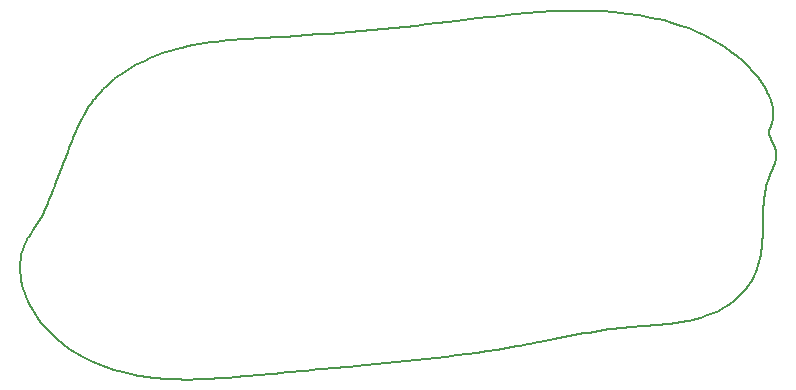
<source format=gko>
G04 #@! TF.GenerationSoftware,KiCad,Pcbnew,(5.1.0)-1*
G04 #@! TF.CreationDate,2019-07-24T00:39:13-06:00*
G04 #@! TF.ProjectId,twinkletwinkie,7477696e-6b6c-4657-9477-696e6b69652e,rev?*
G04 #@! TF.SameCoordinates,PX89e92d0PY44794c0*
G04 #@! TF.FileFunction,Profile,NP*
%FSLAX46Y46*%
G04 Gerber Fmt 4.6, Leading zero omitted, Abs format (unit mm)*
G04 Created by KiCad (PCBNEW (5.1.0)-1) date 2019-07-24 00:39:13*
%MOMM*%
%LPD*%
G04 APERTURE LIST*
%ADD10C,0.200000*%
G04 APERTURE END LIST*
D10*
X-28478868Y3390167D02*
X-28447353Y3470733D01*
X-28510554Y3309707D02*
X-28478868Y3390167D01*
X-28542422Y3229359D02*
X-28510554Y3309707D01*
X-28682132Y2878889D02*
X-28646818Y2968060D01*
X-29009630Y2032310D02*
X-28978630Y2113586D01*
X-28851129Y2445860D02*
X-28818263Y2530825D01*
X-31304726Y-2532303D02*
X-31303176Y-2529870D01*
X-28610944Y3058135D02*
X-28574488Y3149133D01*
X-28818263Y2530825D02*
X-28784953Y2616589D01*
X-29321491Y1215349D02*
X-29212514Y1499367D01*
X-31300076Y-2525004D02*
X-31298525Y-2522571D01*
X-29645549Y405048D02*
X-29536714Y669456D01*
X-30397275Y-1141622D02*
X-30253761Y-882248D01*
X-28915627Y2278247D02*
X-28883576Y2361674D01*
X-29212514Y1499367D02*
X-29100899Y1792455D01*
X-28716911Y2790601D02*
X-28682132Y2878889D01*
X-29872142Y-113021D02*
X-29756927Y144644D01*
X-28751176Y2703175D02*
X-28716911Y2790601D01*
X-30119264Y-625201D02*
X-29992490Y-369214D01*
X-31298525Y-2522571D02*
X-31296975Y-2520138D01*
X-28261112Y3955878D02*
X-28230424Y4036952D01*
X-29070741Y1871765D02*
X-29040326Y1951710D01*
X-29040326Y1951710D02*
X-29009630Y2032310D01*
X-28230424Y4036952D02*
X-28199802Y4118066D01*
X-28947304Y2195558D02*
X-28915627Y2278247D01*
X-28784953Y2616589D02*
X-28751176Y2703175D01*
X-29429126Y939134D02*
X-29321491Y1215349D01*
X-30716534Y-1672414D02*
X-30551101Y-1404589D01*
X-29536714Y669456D02*
X-29429126Y939134D01*
X-30551101Y-1404589D02*
X-30397275Y-1141622D01*
X-28291879Y3874852D02*
X-28261112Y3955878D01*
X-28415996Y3551395D02*
X-28384783Y3632146D01*
X-28646818Y2968060D02*
X-28610944Y3058135D01*
X-28883576Y2361674D02*
X-28851129Y2445860D01*
X-28978630Y2113586D02*
X-28947304Y2195558D01*
X-28447353Y3470733D02*
X-28415996Y3551395D01*
X-31303176Y-2529870D02*
X-31301626Y-2527437D01*
X-28353702Y3712978D02*
X-28322738Y3793883D01*
X-31301626Y-2527437D02*
X-31300076Y-2525004D01*
X-29992490Y-369214D02*
X-29872142Y-113021D01*
X-28574488Y3149133D02*
X-28542422Y3229359D01*
X-31087401Y-2227706D02*
X-30894869Y-1946364D01*
X-29100899Y1792455D02*
X-29070741Y1871765D01*
X-30253761Y-882248D02*
X-30119264Y-625201D01*
X-29756927Y144644D02*
X-29645549Y405048D01*
X-30894869Y-1946364D02*
X-30716534Y-1672414D01*
X-31306277Y-2534736D02*
X-31304726Y-2532303D01*
X-28322738Y3793883D02*
X-28291879Y3874852D01*
X-31296975Y-2520138D02*
X-31295425Y-2517704D01*
X-31307827Y-2537169D02*
X-31306277Y-2534736D01*
X-28384783Y3632146D02*
X-28353702Y3712978D01*
X-31295425Y-2517704D02*
X-31087401Y-2227706D01*
X-28375435Y-11573319D02*
X-28882524Y-11156117D01*
X-27838185Y-11966439D02*
X-28375435Y-11573319D01*
X-24740885Y-13542274D02*
X-25411212Y-13281792D01*
X-24047489Y-13773784D02*
X-24740885Y-13542274D01*
X-21434732Y-14350574D02*
X-21725560Y-14306392D01*
X-31318679Y-2554201D02*
X-31317129Y-2551768D01*
X-18223866Y-14581751D02*
X-18516192Y-14577560D01*
X-32001626Y-5461280D02*
X-32015083Y-5088485D01*
X-31738082Y-6907144D02*
X-31831821Y-6556129D01*
X-29801491Y-10252724D02*
X-30211006Y-9768165D01*
X-27271956Y-12334661D02*
X-27838185Y-11966439D01*
X-17931555Y-14583118D02*
X-18223866Y-14581751D01*
X-18808507Y-14570410D02*
X-19100788Y-14560165D01*
X-20852316Y-14426137D02*
X-21143643Y-14390444D01*
X-18516192Y-14577560D02*
X-18808507Y-14570410D01*
X-22596214Y-14146624D02*
X-23332204Y-13975505D01*
X-23332204Y-13975505D02*
X-24047489Y-13773784D01*
X-19977165Y-14509511D02*
X-20269052Y-14485536D01*
X-21143643Y-14390444D02*
X-21434732Y-14350574D01*
X-31516650Y-2897212D02*
X-31320229Y-2556634D01*
X-31900787Y-3972138D02*
X-31805127Y-3606791D01*
X-31309377Y-2539602D02*
X-31307827Y-2537169D01*
X-31505708Y-7577309D02*
X-31628777Y-7248146D01*
X-31677682Y-3247874D02*
X-31516650Y-2897212D01*
X-31310928Y-2542035D02*
X-31309377Y-2539602D01*
X-31312478Y-2544469D02*
X-31310928Y-2542035D01*
X-31314028Y-2546902D02*
X-31312478Y-2544469D01*
X-31966465Y-4342087D02*
X-31900787Y-3972138D01*
X-31317129Y-2551768D02*
X-31315579Y-2549335D01*
X-32003963Y-4714811D02*
X-31966465Y-4342087D01*
X-30924187Y-8737392D02*
X-31225489Y-8192810D01*
X-25411212Y-13281792D02*
X-26057288Y-12993153D01*
X-32015083Y-5088485D02*
X-32003963Y-4714811D01*
X-19100788Y-14560165D02*
X-19393008Y-14546690D01*
X-30211006Y-9768165D02*
X-30585631Y-9262782D01*
X-28882524Y-11156117D02*
X-29358270Y-10715647D01*
X-19685142Y-14529851D02*
X-19977165Y-14509511D01*
X-19393008Y-14546690D02*
X-19685142Y-14529851D01*
X-31320229Y-2556634D02*
X-31318679Y-2554201D01*
X-31370678Y-7892806D02*
X-31505708Y-7577309D01*
X-22016099Y-14257764D02*
X-22306326Y-14204553D01*
X-31805127Y-3606791D02*
X-31677682Y-3247874D01*
X-31965396Y-5831371D02*
X-32001626Y-5461280D01*
X-31831821Y-6556129D02*
X-31908193Y-6196929D01*
X-31225489Y-8192810D02*
X-31370678Y-7892806D01*
X-21725560Y-14306392D02*
X-22016099Y-14257764D01*
X-30585631Y-9262782D02*
X-30924187Y-8737392D01*
X-26677930Y-12677171D02*
X-27271956Y-12334661D01*
X-26057288Y-12993153D02*
X-26677930Y-12677171D01*
X-22306326Y-14204553D02*
X-22596214Y-14146624D01*
X-20269052Y-14485536D02*
X-20560777Y-14457789D01*
X-31315579Y-2549335D02*
X-31314028Y-2546902D01*
X-31908193Y-6196929D02*
X-31965396Y-5831371D01*
X-31628777Y-7248146D02*
X-31738082Y-6907144D01*
X-20560777Y-14457789D02*
X-20852316Y-14426137D01*
X-29358270Y-10715647D02*
X-29801491Y-10252724D01*
X31817028Y5248454D02*
X31842108Y5185874D01*
X31532964Y6853103D02*
X31524332Y6833071D01*
X31598552Y5713148D02*
X31625799Y5658196D01*
X31421224Y6119417D02*
X31437611Y6071823D01*
X31444544Y6645521D02*
X31435284Y6621921D01*
X31681211Y5546002D02*
X31709089Y5488478D01*
X31541534Y6873131D02*
X31532964Y6853103D01*
X31386279Y6256851D02*
X31395362Y6211925D01*
X31383102Y6447484D02*
X31380164Y6427830D01*
X31506943Y6793011D02*
X31496012Y6767847D01*
X31397260Y6509549D02*
X31391706Y6488367D01*
X31474617Y6718146D02*
X31464267Y6693657D01*
X31994050Y4305499D02*
X31984595Y4195651D01*
X31435284Y6621921D02*
X31426500Y6598664D01*
X31454224Y6669441D02*
X31444544Y6645521D01*
X31464267Y6693657D02*
X31454224Y6669441D01*
X31625799Y5658196D02*
X31653380Y5602568D01*
X31997408Y4417053D02*
X31994050Y4305499D01*
X31973665Y4716953D02*
X31983745Y4645338D01*
X31736812Y5429980D02*
X31764178Y5370489D01*
X31653380Y5602568D02*
X31681211Y5546002D01*
X31476317Y5973929D02*
X31498245Y5923618D01*
X31380164Y6427830D02*
X31376768Y6386383D01*
X31994147Y4530327D02*
X31997408Y4417053D01*
X31391706Y6488367D02*
X31386968Y6467670D01*
X31945959Y4856623D02*
X31961002Y4787376D01*
X31498245Y5923618D02*
X31521628Y5872390D01*
X31842108Y5185874D02*
X31866021Y5122228D01*
X31380022Y6300899D02*
X31386279Y6256851D01*
X31418250Y6575775D02*
X31410588Y6553277D01*
X31790984Y5309986D02*
X31817028Y5248454D01*
X31764178Y5370489D02*
X31790984Y5309986D01*
X31709089Y5488478D02*
X31736812Y5429980D01*
X31386968Y6467670D02*
X31383102Y6447484D01*
X31395362Y6211925D02*
X31407076Y6166116D01*
X31485218Y6742884D02*
X31474617Y6718146D01*
X31546271Y5820239D02*
X31571978Y5767160D01*
X31521628Y5872390D02*
X31546271Y5820239D01*
X31437611Y6071823D02*
X31456040Y6023329D01*
X31376786Y6344075D02*
X31380022Y6300899D01*
X31403573Y6531194D02*
X31397260Y6509549D01*
X31496012Y6767847D02*
X31485218Y6742884D01*
X31961002Y4787376D02*
X31973665Y4716953D01*
X31791520Y3473145D02*
X31752073Y3376375D01*
X31524332Y6833071D02*
X31515653Y6813039D01*
X31410588Y6553277D02*
X31403573Y6531194D01*
X31829045Y3571494D02*
X31791520Y3473145D01*
X31571978Y5767160D02*
X31598552Y5713148D01*
X31426500Y6598664D02*
X31418250Y6575775D01*
X31376768Y6386383D02*
X31376786Y6344075D01*
X31984595Y4195651D02*
X31969565Y4087492D01*
X31928736Y4924714D02*
X31945959Y4856623D01*
X31888565Y5057498D02*
X31909538Y4991666D01*
X31515653Y6813039D02*
X31506943Y6793011D01*
X31864125Y3671440D02*
X31829045Y3571494D01*
X31896239Y3772997D02*
X31864125Y3671440D01*
X31924865Y3876181D02*
X31896239Y3772997D01*
X31949481Y3981007D02*
X31924865Y3876181D01*
X31969565Y4087492D02*
X31949481Y3981007D01*
X31983745Y4645338D02*
X31994147Y4530327D01*
X31456040Y6023329D02*
X31476317Y5973929D01*
X31407076Y6166116D02*
X31421224Y6119417D01*
X31909538Y4991666D02*
X31928736Y4924714D01*
X31866021Y5122228D02*
X31888565Y5057498D01*
X29621066Y11923506D02*
X30037280Y11469160D01*
X31760931Y7773225D02*
X31750130Y7636440D01*
X31760708Y8053286D02*
X31764456Y7912184D01*
X31731416Y8341792D02*
X31749693Y8196499D01*
X31156191Y9893987D02*
X31176860Y9857138D01*
X31531241Y9098328D02*
X31585766Y8943117D01*
X31217321Y9783322D02*
X31237101Y9746374D01*
X31366569Y9487897D02*
X31383708Y9451109D01*
X22456678Y15818472D02*
X23188480Y15615961D01*
X31256571Y9709413D02*
X31275727Y9672448D01*
X30773825Y10508942D02*
X31092498Y10004184D01*
X21421058Y16060389D02*
X22456678Y15818472D01*
X30037280Y11469160D02*
X30421810Y10997453D01*
X31705880Y8489131D02*
X31731416Y8341792D01*
X31673089Y8638487D02*
X31705880Y8489131D01*
X31585766Y8943117D02*
X31633050Y8789826D01*
X31383708Y9451109D02*
X31400490Y9414384D01*
X31237101Y9746374D02*
X31256571Y9709413D01*
X31313069Y9598544D02*
X31331244Y9561624D01*
X31349079Y9524738D02*
X31366569Y9487897D01*
X31275727Y9672448D02*
X31294561Y9635488D01*
X31176860Y9857138D02*
X31197239Y9820246D01*
X25250123Y14866339D02*
X25889987Y14570961D01*
X26504795Y14253760D02*
X27093719Y13915294D01*
X31574898Y6953121D02*
X31566725Y6933150D01*
X31590817Y6992988D02*
X31582934Y6973069D01*
X31613400Y7052535D02*
X31606065Y7032725D01*
X31294561Y9635488D02*
X31313069Y9598544D01*
X28696896Y12777882D02*
X29173995Y12359933D01*
X25889987Y14570961D02*
X26504795Y14253760D01*
X23188480Y15615961D02*
X23898540Y15389397D01*
X19334212Y16407578D02*
X20380017Y16255710D01*
X31114004Y9967520D02*
X31135236Y9930784D01*
X31633050Y8789826D02*
X31673089Y8638487D01*
X31550028Y6893151D02*
X31541534Y6873131D01*
X31674021Y7239451D02*
X31634067Y7111682D01*
X31400490Y9414384D02*
X31469481Y9255428D01*
X28190598Y13176798D02*
X28696896Y12777882D01*
X31135236Y9930784D02*
X31156191Y9893987D01*
X23898540Y15389397D02*
X24586031Y15139337D01*
X31598532Y7012874D02*
X31590817Y6992988D01*
X31749693Y8196499D02*
X31760708Y8053286D01*
X24586031Y15139337D02*
X25250123Y14866339D01*
X31558430Y6913158D02*
X31550028Y6893151D01*
X31331244Y9561624D02*
X31349079Y9524738D01*
X31706679Y7369521D02*
X31674021Y7239451D01*
X31092498Y10004184D02*
X31114004Y9967520D01*
X31582934Y6973069D02*
X31574898Y6953121D01*
X31627417Y7092017D02*
X31620523Y7072300D01*
X29173995Y12359933D02*
X29621066Y11923506D01*
X18284301Y16519134D02*
X19334212Y16407578D01*
X31197239Y9820246D02*
X31217321Y9783322D01*
X27093719Y13915294D02*
X27655930Y13556121D01*
X30421810Y10997453D02*
X30773825Y10508942D01*
X27655930Y13556121D02*
X28190598Y13176798D01*
X31566725Y6933150D02*
X31558430Y6913158D01*
X31606065Y7032725D02*
X31598532Y7012874D01*
X31764456Y7912184D02*
X31760931Y7773225D01*
X20380017Y16255710D02*
X21421058Y16060389D01*
X31620523Y7072300D02*
X31613400Y7052535D01*
X31469481Y9255428D02*
X31531241Y9098328D01*
X31634067Y7111682D02*
X31627417Y7092017D01*
X31732047Y7501861D02*
X31706679Y7369521D01*
X31750130Y7636440D02*
X31732047Y7501861D01*
X-8641829Y14507272D02*
X-7725146Y14568723D01*
X5345943Y15826137D02*
X5432178Y15836559D01*
X5173473Y15805294D02*
X5259708Y15815716D01*
X5001003Y15784451D02*
X5087238Y15794873D01*
X-2207457Y15012850D02*
X-1286803Y15099276D01*
X4914768Y15774030D02*
X5001003Y15784451D01*
X553568Y15282603D02*
X1472880Y15379468D01*
X4569828Y15732344D02*
X4656063Y15742766D01*
X-10791896Y14377431D02*
X-10759792Y14379219D01*
X2391339Y15479778D02*
X3308743Y15583514D01*
X-5888456Y14702470D02*
X-4968854Y14774731D01*
X-10824000Y14375644D02*
X-10791896Y14377431D01*
X-7725146Y14568723D02*
X-6807288Y14633795D01*
X12996190Y16582236D02*
X14056760Y16625098D01*
X5604649Y15857401D02*
X6652501Y15984466D01*
X4656063Y15742766D02*
X4742298Y15753187D01*
X4483593Y15721923D02*
X4569828Y15732344D01*
X1472880Y15379468D02*
X2391339Y15479778D01*
X4311123Y15701080D02*
X4397358Y15711502D01*
X3308743Y15583514D02*
X4224888Y15690659D01*
X-1286803Y15099276D02*
X-366394Y15189200D01*
X-10663480Y14384580D02*
X-10631376Y14386367D01*
X-12447963Y14282240D02*
X-11958591Y14311820D01*
X-10599272Y14388154D02*
X-10567168Y14389941D01*
X-10952416Y14368496D02*
X-10920312Y14370283D01*
X-10984520Y14366709D02*
X-10952416Y14368496D01*
X4224888Y15690659D02*
X4311123Y15701080D01*
X-10470856Y14395303D02*
X-9557133Y14449459D01*
X-10631376Y14386367D02*
X-10599272Y14388154D01*
X-11470676Y14339714D02*
X-10984520Y14366709D01*
X-10759792Y14379219D02*
X-10727688Y14381006D01*
X-10888208Y14372070D02*
X-10856104Y14373857D01*
X-4048685Y14850560D02*
X-3128152Y14929939D01*
X5432178Y15836559D02*
X5518413Y15846980D01*
X10875238Y16435285D02*
X11935464Y16517917D01*
X5087238Y15794873D02*
X5173473Y15805294D01*
X4742298Y15753187D02*
X4828533Y15763609D01*
X-10502960Y14393516D02*
X-10470856Y14395303D01*
X-3128152Y14929939D02*
X-2207457Y15012850D01*
X-10727688Y14381006D02*
X-10695584Y14382793D01*
X11935464Y16517917D02*
X12996190Y16582236D01*
X-10695584Y14382793D02*
X-10663480Y14384580D01*
X-12938492Y14250189D02*
X-12447963Y14282240D01*
X5259708Y15815716D02*
X5345943Y15826137D01*
X4397358Y15711502D02*
X4483593Y15721923D01*
X5518413Y15846980D02*
X5604649Y15857401D01*
X-4968854Y14774731D02*
X-4048685Y14850560D01*
X9816170Y16337481D02*
X10875238Y16435285D01*
X7704144Y16108929D02*
X8758919Y16227648D01*
X-9557133Y14449459D02*
X-8641829Y14507272D01*
X-10920312Y14370283D02*
X-10888208Y14372070D01*
X-366394Y15189200D02*
X553568Y15282603D01*
X-10567168Y14389941D02*
X-10535064Y14391729D01*
X-6807288Y14633795D02*
X-5888456Y14702470D01*
X-10535064Y14391729D02*
X-10502960Y14393516D01*
X17230942Y16593522D02*
X18284301Y16519134D01*
X16174794Y16633883D02*
X17230942Y16593522D01*
X15116513Y16643361D02*
X16174794Y16633883D01*
X-10856104Y14373857D02*
X-10824000Y14375644D01*
X14056760Y16625098D02*
X15116513Y16643361D01*
X4828533Y15763609D02*
X4914768Y15774030D01*
X8758919Y16227648D02*
X9816170Y16337481D01*
X-11958591Y14311820D02*
X-11470676Y14339714D01*
X6652501Y15984466D02*
X7704144Y16108929D01*
X-28108197Y4361571D02*
X-28077706Y4442766D01*
X-27757444Y5287108D02*
X-27647322Y5569200D01*
X-23383115Y11326862D02*
X-23024122Y11565604D01*
X-25182565Y9784362D02*
X-25115578Y9854783D01*
X-26629199Y7783696D02*
X-26476819Y8049619D01*
X-22269102Y12013708D02*
X-21873762Y12222692D01*
X-27865527Y5005089D02*
X-27757444Y5287108D01*
X-25378526Y9569771D02*
X-25314053Y9641838D01*
X-25687648Y9202106D02*
X-25627635Y9276556D01*
X-27418837Y6132107D02*
X-27299412Y6412175D01*
X-25862032Y8976299D02*
X-25804860Y9051960D01*
X-27047538Y6967669D02*
X-26914027Y7242347D01*
X-15889111Y13961943D02*
X-15397959Y14025337D01*
X-26476819Y8049619D02*
X-26317087Y8311876D01*
X-26774758Y7514481D02*
X-26629199Y7783696D01*
X-26914027Y7242347D02*
X-26774758Y7514481D01*
X-23024122Y11565604D02*
X-22652670Y11794616D01*
X-16868269Y13810444D02*
X-16379315Y13890575D01*
X-18805576Y13386579D02*
X-18324627Y13509619D01*
X-21466993Y12421376D02*
X-21049137Y12609572D01*
X-22652670Y11794616D02*
X-22269102Y12013708D01*
X-24979187Y9993849D02*
X-24687635Y10278393D01*
X-25627635Y9276556D02*
X-25566703Y9350565D01*
X-24687635Y10278393D02*
X-24381909Y10554156D01*
X-25804860Y9051960D02*
X-25746727Y9127235D01*
X-28138701Y4280384D02*
X-28108197Y4361571D01*
X-28199802Y4118066D02*
X-28169232Y4199213D01*
X-19732484Y13109329D02*
X-19273715Y13253673D01*
X-25442135Y9497191D02*
X-25378526Y9569771D01*
X-26149472Y8570092D02*
X-25973441Y8823894D01*
X-20620538Y12787089D02*
X-20181539Y12953738D01*
X-21049137Y12609572D02*
X-20620538Y12787089D01*
X-21873762Y12222692D02*
X-21466993Y12421376D01*
X-25746727Y9127235D02*
X-25687648Y9202106D01*
X-25314053Y9641838D02*
X-25248728Y9713375D01*
X-27175823Y6690820D02*
X-27047538Y6967669D01*
X-24062352Y10820948D02*
X-23729306Y11078580D01*
X-24381909Y10554156D02*
X-24062352Y10820948D01*
X-25115578Y9854783D02*
X-25047781Y9924618D01*
X-25504865Y9424116D02*
X-25442135Y9497191D01*
X-25918230Y8900272D02*
X-25862032Y8976299D01*
X-27299412Y6412175D02*
X-27175823Y6690820D01*
X-16379315Y13890575D02*
X-15889111Y13961943D01*
X-17841226Y13620752D02*
X-17355673Y13720765D01*
X-27647322Y5569200D02*
X-27534630Y5850991D01*
X-25973441Y8823894D02*
X-25918230Y8900272D01*
X-23729306Y11078580D02*
X-23383115Y11326862D01*
X-28077706Y4442766D02*
X-27972104Y4723517D01*
X-26317087Y8311876D02*
X-26149472Y8570092D01*
X-25566703Y9350565D02*
X-25504865Y9424116D01*
X-13921816Y14175526D02*
X-13429876Y14214880D01*
X-14906158Y14081541D02*
X-14414010Y14131342D01*
X-27534630Y5850991D02*
X-27418837Y6132107D01*
X-28169232Y4199213D02*
X-28138701Y4280384D01*
X-13429876Y14214880D02*
X-12938492Y14250189D01*
X-14414010Y14131342D02*
X-13921816Y14175526D01*
X-15397959Y14025337D02*
X-14906158Y14081541D01*
X-27972104Y4723517D02*
X-27865527Y5005089D01*
X-17355673Y13720765D02*
X-16868269Y13810444D01*
X-18324627Y13509619D02*
X-17841226Y13620752D01*
X-25047781Y9924618D02*
X-24979187Y9993849D01*
X-25248728Y9713375D02*
X-25182565Y9784362D01*
X-19273715Y13253673D02*
X-18805576Y13386579D01*
X-20181539Y12953738D02*
X-19732484Y13109329D01*
X-1035230Y-13197506D02*
X-1881787Y-13278096D01*
X-15004688Y-14470937D02*
X-15369455Y-14495033D01*
X-14640381Y-14444770D02*
X-15004688Y-14470937D01*
X-13188747Y-14324771D02*
X-13550718Y-14356533D01*
X-5701466Y-13633219D02*
X-6235283Y-13682634D01*
X4079842Y-12653932D02*
X3225078Y-12754375D01*
X-7302918Y-13781466D02*
X-7836736Y-13830881D01*
X-11573459Y-14176790D02*
X-12107276Y-14226206D01*
X9193734Y-11923196D02*
X8345169Y-12062932D01*
X-8370554Y-13880297D02*
X-8904371Y-13929712D01*
X-3566196Y-13435557D02*
X-4100013Y-13484972D01*
X10039864Y-11775021D02*
X9193734Y-11923196D01*
X-1881787Y-13278096D02*
X-2725576Y-13357266D01*
X-13550718Y-14356533D02*
X-13913347Y-14387299D01*
X-12107276Y-14226206D02*
X-12466976Y-14259339D01*
X-11039641Y-14127375D02*
X-11573459Y-14176790D01*
X-9972006Y-14028544D02*
X-10505824Y-14077959D01*
X-7836736Y-13830881D02*
X-8370554Y-13880297D01*
X-8904371Y-13929712D02*
X-9438189Y-13979128D01*
X-6235283Y-13682634D02*
X-6769101Y-13732050D01*
X2370681Y-12850159D02*
X1517051Y-12941825D01*
X3225078Y-12754375D02*
X2370681Y-12850159D01*
X5788873Y-12436909D02*
X4934574Y-12548290D01*
X-14276584Y-14416801D02*
X-14640381Y-14444770D01*
X10734837Y-11646545D02*
X10560910Y-11679201D01*
X-9438189Y-13979128D02*
X-9972006Y-14028544D01*
X664590Y-13029911D02*
X-186304Y-13114958D01*
X8345169Y-12062932D02*
X7494570Y-12194770D01*
X10387064Y-11711524D02*
X10213362Y-11743476D01*
X-4633831Y-13534388D02*
X-5167648Y-13583803D01*
X-13913347Y-14387299D02*
X-14276584Y-14416801D01*
X-17931555Y-14583118D02*
X-17931555Y-14583118D01*
X-12466976Y-14259339D02*
X-12827483Y-14292284D01*
X1517051Y-12941825D02*
X664590Y-13029911D01*
X-5167648Y-13583803D02*
X-5701466Y-13633219D01*
X7494570Y-12194770D02*
X6642338Y-12319249D01*
X-15369455Y-14495033D02*
X-15734632Y-14516788D01*
X6642338Y-12319249D02*
X5788873Y-12436909D01*
X-10505824Y-14077959D02*
X-11039641Y-14127375D01*
X-17564951Y-14581051D02*
X-17931555Y-14583118D01*
X-4100013Y-13484972D02*
X-4633831Y-13534388D01*
X-186304Y-13114958D02*
X-1035230Y-13197506D01*
X10560910Y-11679201D02*
X10387064Y-11711524D01*
X-6769101Y-13732050D02*
X-7302918Y-13781466D01*
X-2725576Y-13357266D02*
X-3566196Y-13435557D01*
X-16100171Y-14535935D02*
X-16466022Y-14552204D01*
X4934574Y-12548290D02*
X4079842Y-12653932D01*
X10213362Y-11743476D02*
X10039864Y-11775021D01*
X-17198461Y-14575031D02*
X-17564951Y-14581051D01*
X-12827483Y-14292284D02*
X-13188747Y-14324771D01*
X-16832135Y-14565325D02*
X-17198461Y-14575031D01*
X-16466022Y-14552204D02*
X-16832135Y-14565325D01*
X-15734632Y-14516788D02*
X-16100171Y-14535935D01*
X16130363Y-10610751D02*
X15711124Y-10684352D01*
X25991120Y-9215357D02*
X25589098Y-9346335D01*
X19495618Y-10147902D02*
X19075148Y-10190045D01*
X20209657Y-10087139D02*
X20120316Y-10094160D01*
X23316085Y-9813459D02*
X23049062Y-9846758D01*
X18233357Y-10289657D02*
X17812312Y-10346382D01*
X26379772Y-9070409D02*
X25991120Y-9215357D01*
X20477797Y-10066715D02*
X20388399Y-10073432D01*
X20924988Y-10033869D02*
X20835528Y-10040392D01*
X24910876Y-9528264D02*
X24646639Y-9587828D01*
X21716934Y-9974624D02*
X21452066Y-9995083D01*
X24115879Y-9691400D02*
X23849631Y-9736153D01*
X23049062Y-9846758D02*
X22782055Y-9876984D01*
X23582987Y-9776715D02*
X23316085Y-9813459D01*
X26754590Y-8911818D02*
X26379772Y-9070409D01*
X23849631Y-9736153D02*
X23582987Y-9776715D01*
X19075148Y-10190045D02*
X18654349Y-10237421D01*
X11776670Y-11445667D02*
X11603545Y-11479551D01*
X12635825Y-11275850D02*
X12465062Y-11309744D01*
X17391352Y-10407226D02*
X16970615Y-10471816D01*
X18654349Y-10237421D02*
X18233357Y-10289657D01*
X19941699Y-10108617D02*
X19852428Y-10116083D01*
X20835528Y-10040392D02*
X20746077Y-10046922D01*
X13216833Y-11160437D02*
X12805932Y-11242064D01*
X21452066Y-9995083D02*
X21188039Y-10014707D01*
X14875114Y-10837965D02*
X14458619Y-10917235D01*
X19852428Y-10116083D02*
X19763182Y-10123729D01*
X15711124Y-10684352D02*
X15292662Y-10760214D01*
X20567210Y-10060068D02*
X20477797Y-10066715D01*
X22515201Y-9904511D02*
X22248638Y-9929711D01*
X16550239Y-10539782D02*
X16130363Y-10610751D01*
X16970615Y-10471816D02*
X16550239Y-10539782D01*
X17812312Y-10346382D02*
X17391352Y-10407226D01*
X21188039Y-10014707D02*
X20924988Y-10033869D01*
X20388399Y-10073432D02*
X20299019Y-10080235D01*
X24381594Y-9642083D02*
X24115879Y-9691400D01*
X19673964Y-10131571D02*
X19584776Y-10139623D01*
X19763182Y-10123729D02*
X19673964Y-10131571D01*
X20120316Y-10094160D02*
X20030996Y-10101314D01*
X20656637Y-10053476D02*
X20567210Y-10060068D01*
X21982503Y-9952958D02*
X21716934Y-9974624D01*
X24646639Y-9587828D02*
X24381594Y-9642083D01*
X11603545Y-11479551D02*
X11430133Y-11513322D01*
X14043315Y-10997651D02*
X13629340Y-11078842D01*
X25589098Y-9346335D02*
X25174169Y-9463017D01*
X22248638Y-9929711D02*
X21982503Y-9952958D01*
X12805932Y-11242064D02*
X12635825Y-11275850D01*
X19584776Y-10139623D02*
X19495618Y-10147902D01*
X22782055Y-9876984D02*
X22515201Y-9904511D01*
X20746077Y-10046922D02*
X20656637Y-10053476D01*
X10908785Y-11613593D02*
X10734837Y-11646545D01*
X11949446Y-11411708D02*
X11776670Y-11445667D01*
X12293704Y-11343709D02*
X12121811Y-11377710D01*
X25174169Y-9463017D02*
X24910876Y-9528264D01*
X11082691Y-11580380D02*
X10908785Y-11613593D01*
X11256494Y-11546944D02*
X11082691Y-11580380D01*
X11430133Y-11513322D02*
X11256494Y-11546944D01*
X12121811Y-11377710D02*
X11949446Y-11411708D01*
X12465062Y-11309744D02*
X12293704Y-11343709D01*
X13629340Y-11078842D02*
X13216833Y-11160437D01*
X20030996Y-10101314D02*
X19941699Y-10108617D01*
X20299019Y-10080235D02*
X20209657Y-10087139D01*
X14458619Y-10917235D02*
X14043315Y-10997651D01*
X15292662Y-10760214D02*
X14875114Y-10837965D01*
X31560744Y2951369D02*
X31552532Y2933594D01*
X30853358Y-2193267D02*
X30840000Y-2500000D01*
X30863314Y-1886737D02*
X30853358Y-2193267D01*
X30877525Y-1275748D02*
X30870994Y-1580775D01*
X31503970Y2827223D02*
X31496037Y2809537D01*
X31711224Y3281170D02*
X31669497Y3187513D01*
X31480350Y2774195D02*
X31472605Y2756538D01*
X30889650Y-741419D02*
X30883245Y-1007596D01*
X30957331Y556323D02*
X30936623Y301530D01*
X31097770Y1548685D02*
X31052568Y1304817D01*
X31536191Y2898086D02*
X31528071Y2880352D01*
X31464931Y2738891D02*
X31457334Y2721252D01*
X31552532Y2933594D02*
X31544346Y2915833D01*
X30897466Y-477316D02*
X30889650Y-741419D01*
X30936623Y301530D02*
X30920227Y44259D01*
X31052568Y1304817D02*
X31014578Y1058067D01*
X31150909Y1789569D02*
X31097770Y1548685D01*
X31472605Y2756538D02*
X31464931Y2738891D01*
X31283897Y2261983D02*
X31212710Y2027369D01*
X31457334Y2721252D02*
X31365197Y2493311D01*
X31627412Y3095390D02*
X31585492Y3004784D01*
X31496037Y2809537D02*
X31488162Y2791861D01*
X31669497Y3187513D02*
X31627412Y3095390D01*
X30907416Y-215390D02*
X30897466Y-477316D01*
X30146536Y-5782774D02*
X30004537Y-6063397D01*
X30380923Y-5209330D02*
X30271623Y-5497963D01*
X30625363Y-4324156D02*
X30556667Y-4622060D01*
X27115111Y-8739910D02*
X26754590Y-8911818D01*
X27460869Y-8555012D02*
X27115111Y-8739910D01*
X27791403Y-8357450D02*
X27460869Y-8555012D01*
X31577228Y2986963D02*
X31568977Y2969158D01*
X31365197Y2493311D02*
X31283897Y2261983D01*
X31519992Y2862630D02*
X31511956Y2844921D01*
X30920227Y44259D02*
X30907416Y-215390D01*
X28106247Y-8147550D02*
X27791403Y-8357450D01*
X28404938Y-7925640D02*
X28106247Y-8147550D01*
X30798575Y-3112609D02*
X30768256Y-3417753D01*
X31585492Y3004784D02*
X31577228Y2986963D01*
X31511956Y2844921D02*
X31503970Y2827223D01*
X31014578Y1058067D02*
X30983074Y808535D01*
X28687012Y-7692046D02*
X28404938Y-7925640D01*
X30883245Y-1007596D02*
X30877525Y-1275748D01*
X30475563Y-4917240D02*
X30380923Y-5209330D01*
X28952006Y-7447094D02*
X28687012Y-7692046D01*
X31212710Y2027369D02*
X31150909Y1789569D01*
X30822114Y-2806569D02*
X30798575Y-3112609D01*
X31528071Y2880352D02*
X31519992Y2862630D01*
X29831902Y-6360240D02*
X29639868Y-6647357D01*
X29199456Y-7191111D02*
X28952006Y-7447094D01*
X30730031Y-3721636D02*
X30682776Y-4023892D01*
X31568977Y2969158D02*
X31560744Y2951369D01*
X31488162Y2791861D02*
X31480350Y2774195D01*
X29428898Y-6924423D02*
X29199456Y-7191111D01*
X30271623Y-5497963D02*
X30146536Y-5782774D01*
X31544346Y2915833D02*
X31536191Y2898086D01*
X29639868Y-6647357D02*
X29428898Y-6924423D01*
X30004537Y-6063397D02*
X29831902Y-6360240D01*
X30870994Y-1580775D02*
X30863314Y-1886737D01*
X31752073Y3376375D02*
X31711224Y3281170D01*
X30556667Y-4622060D02*
X30475563Y-4917240D01*
X30983074Y808535D02*
X30957331Y556323D01*
X30682776Y-4023892D02*
X30625363Y-4324156D01*
X30768256Y-3417753D02*
X30730031Y-3721636D01*
X30840000Y-2500000D02*
X30822114Y-2806569D01*
M02*

</source>
